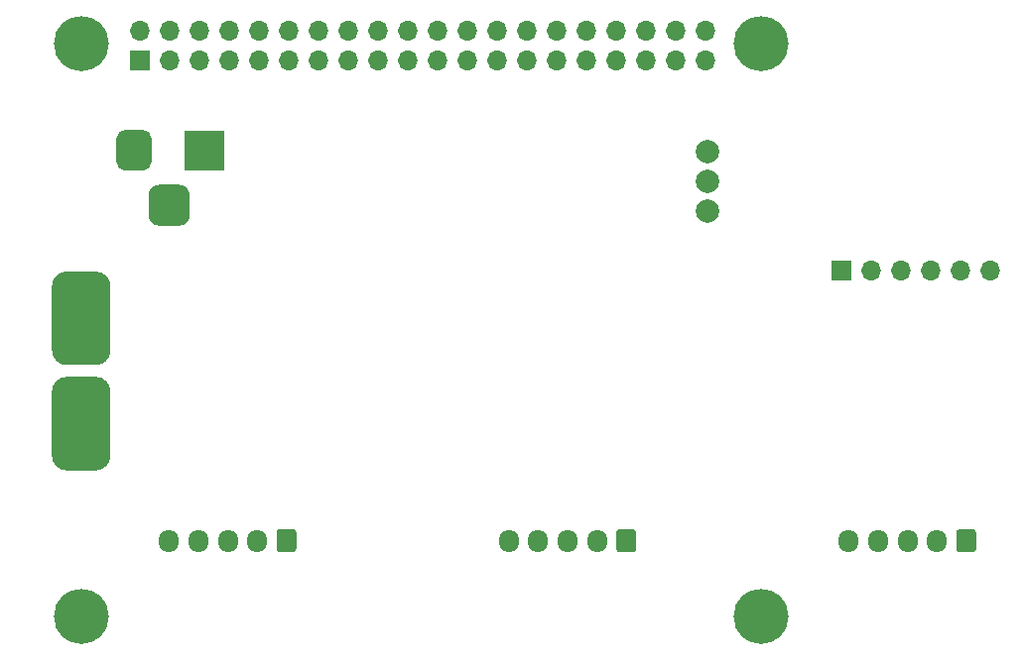
<source format=gbs>
G04 #@! TF.GenerationSoftware,KiCad,Pcbnew,5.1.12-84ad8e8a86~92~ubuntu20.04.1*
G04 #@! TF.CreationDate,2022-01-15T16:11:00+01:00*
G04 #@! TF.ProjectId,SaMcam_shield,53614d63-616d-45f7-9368-69656c642e6b,rev?*
G04 #@! TF.SameCoordinates,Original*
G04 #@! TF.FileFunction,Soldermask,Bot*
G04 #@! TF.FilePolarity,Negative*
%FSLAX46Y46*%
G04 Gerber Fmt 4.6, Leading zero omitted, Abs format (unit mm)*
G04 Created by KiCad (PCBNEW 5.1.12-84ad8e8a86~92~ubuntu20.04.1) date 2022-01-15 16:11:00*
%MOMM*%
%LPD*%
G01*
G04 APERTURE LIST*
%ADD10C,2.000000*%
%ADD11C,4.700000*%
%ADD12O,1.700000X1.700000*%
%ADD13R,1.700000X1.700000*%
%ADD14O,1.700000X1.950000*%
%ADD15R,3.500000X3.500000*%
G04 APERTURE END LIST*
D10*
X176911000Y-72771000D03*
X176911000Y-75311000D03*
X176911000Y-77851000D03*
D11*
X123500000Y-63500000D03*
X123500000Y-112500000D03*
X181500000Y-63500000D03*
X181500000Y-112500000D03*
G36*
G01*
X122250000Y-92000000D02*
X124750000Y-92000000D01*
G75*
G02*
X126000000Y-93250000I0J-1250000D01*
G01*
X126000000Y-98750000D01*
G75*
G02*
X124750000Y-100000000I-1250000J0D01*
G01*
X122250000Y-100000000D01*
G75*
G02*
X121000000Y-98750000I0J1250000D01*
G01*
X121000000Y-93250000D01*
G75*
G02*
X122250000Y-92000000I1250000J0D01*
G01*
G37*
G36*
G01*
X122250000Y-83000000D02*
X124750000Y-83000000D01*
G75*
G02*
X126000000Y-84250000I0J-1250000D01*
G01*
X126000000Y-89750000D01*
G75*
G02*
X124750000Y-91000000I-1250000J0D01*
G01*
X122250000Y-91000000D01*
G75*
G02*
X121000000Y-89750000I0J1250000D01*
G01*
X121000000Y-84250000D01*
G75*
G02*
X122250000Y-83000000I1250000J0D01*
G01*
G37*
D12*
X176760000Y-62460000D03*
X176760000Y-65000000D03*
X174220000Y-62460000D03*
X174220000Y-65000000D03*
X171680000Y-62460000D03*
X171680000Y-65000000D03*
X169140000Y-62460000D03*
X169140000Y-65000000D03*
X166600000Y-62460000D03*
X166600000Y-65000000D03*
X164060000Y-62460000D03*
X164060000Y-65000000D03*
X161520000Y-62460000D03*
X161520000Y-65000000D03*
X158980000Y-62460000D03*
X158980000Y-65000000D03*
X156440000Y-62460000D03*
X156440000Y-65000000D03*
X153900000Y-62460000D03*
X153900000Y-65000000D03*
X151360000Y-62460000D03*
X151360000Y-65000000D03*
X148820000Y-62460000D03*
X148820000Y-65000000D03*
X146280000Y-62460000D03*
X146280000Y-65000000D03*
X143740000Y-62460000D03*
X143740000Y-65000000D03*
X141200000Y-62460000D03*
X141200000Y-65000000D03*
X138660000Y-62460000D03*
X138660000Y-65000000D03*
X136120000Y-62460000D03*
X136120000Y-65000000D03*
X133580000Y-62460000D03*
X133580000Y-65000000D03*
X131040000Y-62460000D03*
X131040000Y-65000000D03*
X128500000Y-62460000D03*
D13*
X128500000Y-65000000D03*
D14*
X189000000Y-106000000D03*
X191500000Y-106000000D03*
X194000000Y-106000000D03*
X196500000Y-106000000D03*
G36*
G01*
X199850000Y-105275000D02*
X199850000Y-106725000D01*
G75*
G02*
X199600000Y-106975000I-250000J0D01*
G01*
X198400000Y-106975000D01*
G75*
G02*
X198150000Y-106725000I0J250000D01*
G01*
X198150000Y-105275000D01*
G75*
G02*
X198400000Y-105025000I250000J0D01*
G01*
X199600000Y-105025000D01*
G75*
G02*
X199850000Y-105275000I0J-250000D01*
G01*
G37*
X160000000Y-106000000D03*
X162500000Y-106000000D03*
X165000000Y-106000000D03*
X167500000Y-106000000D03*
G36*
G01*
X170850000Y-105275000D02*
X170850000Y-106725000D01*
G75*
G02*
X170600000Y-106975000I-250000J0D01*
G01*
X169400000Y-106975000D01*
G75*
G02*
X169150000Y-106725000I0J250000D01*
G01*
X169150000Y-105275000D01*
G75*
G02*
X169400000Y-105025000I250000J0D01*
G01*
X170600000Y-105025000D01*
G75*
G02*
X170850000Y-105275000I0J-250000D01*
G01*
G37*
X131000000Y-106000000D03*
X133500000Y-106000000D03*
X136000000Y-106000000D03*
X138500000Y-106000000D03*
G36*
G01*
X141850000Y-105275000D02*
X141850000Y-106725000D01*
G75*
G02*
X141600000Y-106975000I-250000J0D01*
G01*
X140400000Y-106975000D01*
G75*
G02*
X140150000Y-106725000I0J250000D01*
G01*
X140150000Y-105275000D01*
G75*
G02*
X140400000Y-105025000I250000J0D01*
G01*
X141600000Y-105025000D01*
G75*
G02*
X141850000Y-105275000I0J-250000D01*
G01*
G37*
D12*
X201041000Y-82931000D03*
X198501000Y-82931000D03*
X195961000Y-82931000D03*
X193421000Y-82931000D03*
X190881000Y-82931000D03*
D13*
X188341000Y-82931000D03*
G36*
G01*
X129250000Y-78219000D02*
X129250000Y-76469000D01*
G75*
G02*
X130125000Y-75594000I875000J0D01*
G01*
X131875000Y-75594000D01*
G75*
G02*
X132750000Y-76469000I0J-875000D01*
G01*
X132750000Y-78219000D01*
G75*
G02*
X131875000Y-79094000I-875000J0D01*
G01*
X130125000Y-79094000D01*
G75*
G02*
X129250000Y-78219000I0J875000D01*
G01*
G37*
G36*
G01*
X126500000Y-73644000D02*
X126500000Y-71644000D01*
G75*
G02*
X127250000Y-70894000I750000J0D01*
G01*
X128750000Y-70894000D01*
G75*
G02*
X129500000Y-71644000I0J-750000D01*
G01*
X129500000Y-73644000D01*
G75*
G02*
X128750000Y-74394000I-750000J0D01*
G01*
X127250000Y-74394000D01*
G75*
G02*
X126500000Y-73644000I0J750000D01*
G01*
G37*
D15*
X134000000Y-72644000D03*
M02*

</source>
